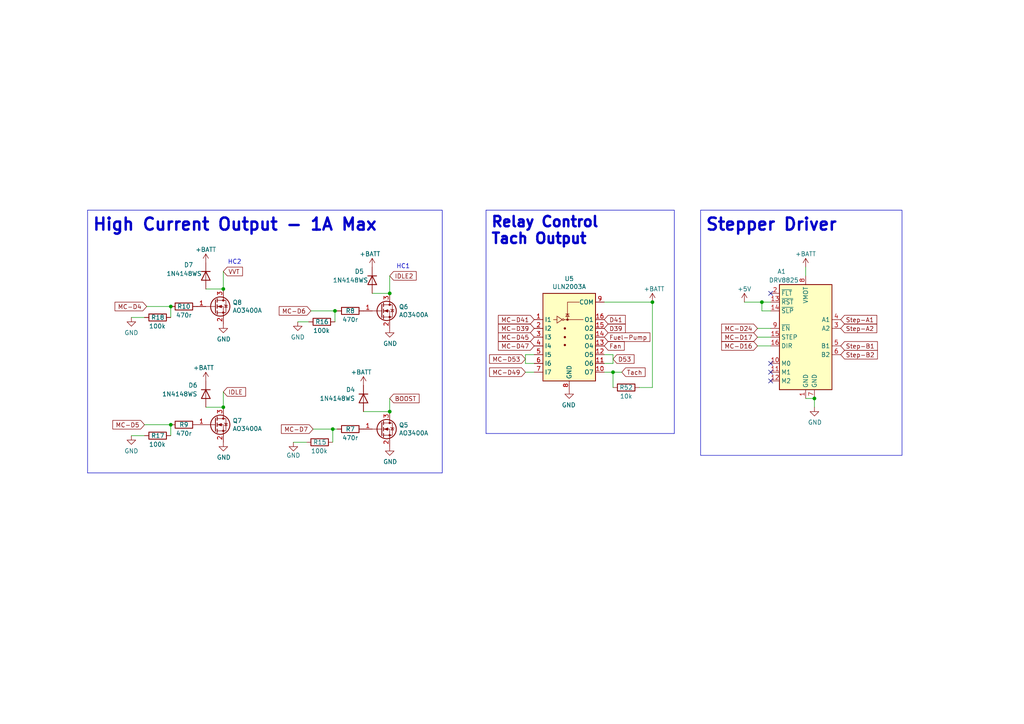
<source format=kicad_sch>
(kicad_sch (version 20231120) (generator "eeschema") (generator_version "8.0")
  (paper "A4")
  (title_block (title "Pre-Ignition X4") (date "2023-10-24") (rev "C") (company "DetonationEMS") (comment 1 "detonationems.com"))
  (lib_symbols
    (symbol "Device:R" (pin_numbers hide) (pin_names (offset 0))
      (property "Reference" "R" (at 2.032 0 90))
      (property "Value" "R" (at 0 0 90))
      (symbol "R_0_1"
        (rectangle (start -1.016 -2.54) (end 1.016 2.54) (stroke (width 0.254)))
      )
      (symbol "R_1_1"
        (pin passive line (at 0 3.81 270) (length 1.27) (name "~") (number "1"))
        (pin passive line (at 0 -3.81 90) (length 1.27) (name "~") (number "2"))
      )
    )
    (symbol "Diode:1N4148WS" (pin_numbers hide) (pin_names (offset 1.016) hide)
      (property "Reference" "D" (at 0 2.54 0))
      (property "Value" "1N4148WS" (at 0 -2.54 0))
      (symbol "1N4148WS_0_1"
        (polyline (pts (xy -1.27 1.27) (xy -1.27 -1.27)) (stroke (width 0.254)))
        (polyline (pts (xy 1.27 0) (xy -1.27 0)))
        (polyline (pts (xy 1.27 1.27) (xy 1.27 -1.27) (xy -1.27 0) (xy 1.27 1.27)) (stroke (width 0.254)))
      )
      (symbol "1N4148WS_1_1"
        (pin passive line (at -3.81 0 0) (length 2.54) (name "K") (number "1"))
        (pin passive line (at 3.81 0 180) (length 2.54) (name "A") (number "2"))
      )
    )
    (symbol "Driver_Motor:Pololu_Breakout_DRV8825"
      (property "Reference" "A" (at -2.54 16.51 0))
      (property "Value" "Pololu_Breakout_DRV8825" (at -2.54 13.97 0))
      (symbol "Pololu_Breakout_DRV8825_0_1"
        (rectangle (start 7.62 -17.78) (end -7.62 12.7) (stroke (width 0.254)) (fill (type background)))
      )
      (symbol "Pololu_Breakout_DRV8825_1_1"
        (pin power_in line (at 0 -20.32 90) (length 2.54) (name "GND") (number "1"))
        (pin input line (at -10.16 -10.16 0) (length 2.54) (name "M0") (number "10"))
        (pin input line (at -10.16 -12.7 0) (length 2.54) (name "M1") (number "11"))
        (pin input line (at -10.16 -15.24 0) (length 2.54) (name "M2") (number "12"))
        (pin input line (at -10.16 7.62 0) (length 2.54) (name "~{RST}") (number "13"))
        (pin input line (at -10.16 5.08 0) (length 2.54) (name "~{SLP}") (number "14"))
        (pin input line (at -10.16 -2.54 0) (length 2.54) (name "STEP") (number "15"))
        (pin input line (at -10.16 -5.08 0) (length 2.54) (name "DIR") (number "16"))
        (pin output line (at -10.16 10.16 0) (length 2.54) (name "~{FLT}") (number "2"))
        (pin output line (at 10.16 0 180) (length 2.54) (name "A2") (number "3"))
        (pin output line (at 10.16 2.54 180) (length 2.54) (name "A1") (number "4"))
        (pin output line (at 10.16 -5.08 180) (length 2.54) (name "B1") (number "5"))
        (pin output line (at 10.16 -7.62 180) (length 2.54) (name "B2") (number "6"))
        (pin power_in line (at 2.54 -20.32 90) (length 2.54) (name "GND") (number "7"))
        (pin power_in line (at 0 15.24 270) (length 2.54) (name "VMOT") (number "8"))
        (pin input line (at -10.16 0 0) (length 2.54) (name "~{EN}") (number "9"))
      )
    )
    (symbol "Transistor_Array:ULN2003A"
      (property "Reference" "U" (at 0 15.875 0))
      (property "Value" "ULN2003A" (at 0 13.97 0))
      (symbol "ULN2003A_0_1"
        (rectangle (start -7.62 -12.7) (end 7.62 12.7) (stroke (width 0.254)) (fill (type background)))
        (circle (center -1.778 5.08) (radius 0.254))
        (circle (center -1.27 -2.286) (radius 0.254) (fill (type outline)))
        (circle (center -1.27 0) (radius 0.254) (fill (type outline)))
        (circle (center -1.27 2.54) (radius 0.254) (fill (type outline)))
        (circle (center -0.508 5.08) (radius 0.254) (fill (type outline)))
        (polyline (pts (xy -4.572 5.08) (xy -3.556 5.08)))
        (polyline (pts (xy -1.524 5.08) (xy 4.064 5.08)))
        (polyline (pts (xy 0 6.731) (xy -1.016 6.731)))
        (polyline (pts (xy -0.508 5.08) (xy -0.508 10.16) (xy 2.921 10.16)))
        (polyline (pts (xy -3.556 6.096) (xy -3.556 4.064) (xy -2.032 5.08) (xy -3.556 6.096)))
        (polyline (pts (xy 0 5.969) (xy -1.016 5.969) (xy -0.508 6.731) (xy 0 5.969)))
      )
      (symbol "ULN2003A_1_1"
        (pin input line (at -10.16 5.08 0) (length 2.54) (name "I1") (number "1"))
        (pin open_collector line (at 10.16 -10.16 180) (length 2.54) (name "O7") (number "10"))
        (pin open_collector line (at 10.16 -7.62 180) (length 2.54) (name "O6") (number "11"))
        (pin open_collector line (at 10.16 -5.08 180) (length 2.54) (name "O5") (number "12"))
        (pin open_collector line (at 10.16 -2.54 180) (length 2.54) (name "O4") (number "13"))
        (pin open_collector line (at 10.16 0 180) (length 2.54) (name "O3") (number "14"))
        (pin open_collector line (at 10.16 2.54 180) (length 2.54) (name "O2") (number "15"))
        (pin open_collector line (at 10.16 5.08 180) (length 2.54) (name "O1") (number "16"))
        (pin input line (at -10.16 2.54 0) (length 2.54) (name "I2") (number "2"))
        (pin input line (at -10.16 0 0) (length 2.54) (name "I3") (number "3"))
        (pin input line (at -10.16 -2.54 0) (length 2.54) (name "I4") (number "4"))
        (pin input line (at -10.16 -5.08 0) (length 2.54) (name "I5") (number "5"))
        (pin input line (at -10.16 -7.62 0) (length 2.54) (name "I6") (number "6"))
        (pin input line (at -10.16 -10.16 0) (length 2.54) (name "I7") (number "7"))
        (pin power_in line (at 0 -15.24 90) (length 2.54) (name "GND") (number "8"))
        (pin passive line (at 10.16 10.16 180) (length 2.54) (name "COM") (number "9"))
      )
    )
    (symbol "Transistor_FET:AO3400A" (pin_names hide)
      (property "Reference" "Q" (at 5.08 1.905 0))
      (property "Value" "AO3400A" (at 5.08 0 0))
      (symbol "AO3400A_0_1"
        (polyline (pts (xy 0.254 0) (xy -2.54 0)))
        (polyline (pts (xy 0.254 1.905) (xy 0.254 -1.905)) (stroke (width 0.254)))
        (polyline (pts (xy 0.762 -1.27) (xy 0.762 -2.286)) (stroke (width 0.254)))
        (polyline (pts (xy 0.762 0.508) (xy 0.762 -0.508)) (stroke (width 0.254)))
        (polyline (pts (xy 0.762 2.286) (xy 0.762 1.27)) (stroke (width 0.254)))
        (polyline (pts (xy 2.54 2.54) (xy 2.54 1.778)))
        (polyline (pts (xy 2.54 -2.54) (xy 2.54 0) (xy 0.762 0)))
        (polyline (pts (xy 0.762 -1.778) (xy 3.302 -1.778) (xy 3.302 1.778) (xy 0.762 1.778)))
        (polyline (pts (xy 1.016 0) (xy 2.032 0.381) (xy 2.032 -0.381) (xy 1.016 0)) (fill (type outline)))
        (polyline (pts (xy 2.794 0.508) (xy 2.921 0.381) (xy 3.683 0.381) (xy 3.81 0.254)))
        (polyline (pts (xy 3.302 0.381) (xy 2.921 -0.254) (xy 3.683 -0.254) (xy 3.302 0.381)))
        (circle (center 1.651 0) (radius 2.794) (stroke (width 0.254)))
        (circle (center 2.54 -1.778) (radius 0.254) (fill (type outline)))
        (circle (center 2.54 1.778) (radius 0.254) (fill (type outline)))
      )
      (symbol "AO3400A_1_1"
        (pin input line (at -5.08 0 0) (length 2.54) (name "G") (number "1"))
        (pin passive line (at 2.54 -5.08 90) (length 2.54) (name "S") (number "2"))
        (pin passive line (at 2.54 5.08 270) (length 2.54) (name "D") (number "3"))
      )
    )
    (symbol "power:+5V" (power) (pin_names (offset 0))
      (property "Value" "+5V" (at 0 3.556 0))
      (symbol "+5V_0_1"
        (polyline (pts (xy -0.762 1.27) (xy 0 2.54)))
        (polyline (pts (xy 0 0) (xy 0 2.54)))
        (polyline (pts (xy 0 2.54) (xy 0.762 1.27)))
      )
      (symbol "+5V_1_1"
        (pin power_in line (at 0 0 90) (length 0) hide (name "+5V") (number "1"))
      )
    )
    (symbol "power:+BATT" (power) (pin_names (offset 0))
      (property "Value" "+BATT" (at 0 3.556 0))
      (symbol "+BATT_0_1"
        (polyline (pts (xy -0.762 1.27) (xy 0 2.54)))
        (polyline (pts (xy 0 0) (xy 0 2.54)))
        (polyline (pts (xy 0 2.54) (xy 0.762 1.27)))
      )
      (symbol "+BATT_1_1"
        (pin power_in line (at 0 0 90) (length 0) hide (name "+BATT") (number "1"))
      )
    )
    (symbol "power:GND" (power) (pin_names (offset 0))
      (property "Value" "GND" (at 0 -3.81 0))
      (symbol "GND_0_1"
        (polyline (pts (xy 0 0) (xy 0 -1.27) (xy 1.27 -1.27) (xy 0 -2.54) (xy -1.27 -1.27) (xy 0 -1.27)))
      )
      (symbol "GND_1_1"
        (pin power_in line (at 0 0 270) (length 0) hide (name "GND") (number "1"))
      )
    )
  )
  (junction (at 177.8 107.95))
  (junction (at 49.53 123.19))
  (junction (at 220.98 87.63))
  (junction (at 113.03 119.38))
  (junction (at 113.03 85.09))
  (junction (at 97.155 90.17))
  (junction (at 236.22 115.57))
  (junction (at 189.23 87.63))
  (junction (at 64.77 83.82))
  (junction (at 49.53 88.9))
  (junction (at 96.52 124.46))
  (junction (at 64.77 118.11))
  (no_connect (at 223.52 110.49))
  (no_connect (at 223.52 105.41))
  (no_connect (at 223.52 85.09))
  (no_connect (at 223.52 107.95))
  (polyline (pts (xy 140.97 125.73) (xy 195.58 125.73)))
  (wire (pts (xy 38.1 126.365) (xy 41.91 126.365)))
  (wire (pts (xy 189.23 112.395) (xy 185.42 112.395)))
  (wire (pts (xy 90.805 124.46) (xy 96.52 124.46)))
  (wire (pts (xy 90.17 90.17) (xy 97.155 90.17)))
  (wire (pts (xy 233.68 115.57) (xy 236.22 115.57)))
  (wire (pts (xy 233.68 77.47) (xy 233.68 80.01)))
  (wire (pts (xy 177.8 107.95) (xy 180.34 107.95)))
  (wire (pts (xy 175.26 107.95) (xy 177.8 107.95)))
  (wire (pts (xy 49.53 88.9) (xy 49.53 92.075)))
  (polyline (pts (xy 25.4 137.16) (xy 25.4 60.96)))
  (wire (pts (xy 152.4 102.87) (xy 154.94 102.87)))
  (wire (pts (xy 236.22 115.57) (xy 236.22 118.11)))
  (polyline (pts (xy 195.58 60.96) (xy 140.97 60.96)))
  (polyline (pts (xy 195.58 125.73) (xy 195.58 60.96)))
  (wire (pts (xy 49.53 123.19) (xy 49.53 126.365)))
  (wire (pts (xy 220.98 90.17) (xy 223.52 90.17)))
  (wire (pts (xy 97.155 90.17) (xy 97.79 90.17)))
  (wire (pts (xy 219.71 100.33) (xy 223.52 100.33)))
  (wire (pts (xy 152.4 102.87) (xy 152.4 105.41)))
  (wire (pts (xy 96.52 124.46) (xy 96.52 128.27)))
  (polyline (pts (xy 140.97 60.96) (xy 140.97 125.73)))
  (wire (pts (xy 105.41 119.38) (xy 113.03 119.38)))
  (wire (pts (xy 41.91 123.19) (xy 49.53 123.19)))
  (wire (pts (xy 220.98 87.63) (xy 220.98 90.17)))
  (wire (pts (xy 223.52 87.63) (xy 220.98 87.63)))
  (wire (pts (xy 189.23 87.63) (xy 189.23 112.395)))
  (wire (pts (xy 64.77 118.11) (xy 59.69 118.11)))
  (wire (pts (xy 85.09 128.27) (xy 88.9 128.27)))
  (wire (pts (xy 152.4 107.95) (xy 154.94 107.95)))
  (wire (pts (xy 223.52 97.79) (xy 219.71 97.79)))
  (wire (pts (xy 154.94 105.41) (xy 152.4 105.41)))
  (wire (pts (xy 113.03 115.57) (xy 113.03 119.38)))
  (polyline (pts (xy 128.27 137.16) (xy 25.4 137.16)))
  (wire (pts (xy 177.8 102.87) (xy 177.8 105.41)))
  (wire (pts (xy 177.8 105.41) (xy 175.26 105.41)))
  (wire (pts (xy 107.95 85.09) (xy 113.03 85.09)))
  (wire (pts (xy 64.77 78.74) (xy 64.77 83.82)))
  (wire (pts (xy 38.1 92.075) (xy 41.91 92.075)))
  (wire (pts (xy 97.155 90.17) (xy 97.155 93.345)))
  (wire (pts (xy 219.71 95.25) (xy 223.52 95.25)))
  (wire (pts (xy 175.26 102.87) (xy 177.8 102.87)))
  (wire (pts (xy 189.23 87.63) (xy 175.26 87.63)))
  (polyline (pts (xy 128.27 60.96) (xy 128.27 137.16)))
  (wire (pts (xy 86.36 93.345) (xy 89.535 93.345)))
  (wire (pts (xy 96.52 124.46) (xy 97.79 124.46)))
  (wire (pts (xy 59.69 83.82) (xy 64.77 83.82)))
  (wire (pts (xy 42.545 88.9) (xy 49.53 88.9)))
  (wire (pts (xy 177.8 107.95) (xy 177.8 112.395)))
  (wire (pts (xy 215.9 87.63) (xy 220.98 87.63)))
  (wire (pts (xy 113.03 80.01) (xy 113.03 85.09)))
  (wire (pts (xy 64.77 113.665) (xy 64.77 118.11)))
  (polyline (pts (xy 25.4 60.96) (xy 128.27 60.96)))
  (rectangle (start 203.2 60.96) (end 261.62 132.08))
  (text "High Current Output - 1A Max" (at 26.67 67.31 0) (effects (font (size 3.5 3.5) (thickness 0.7) (bold yes)) (justify left bottom)))
  (text "HC2" (at 66.04 76.835 0) (effects (font (size 1.27 1.27)) (justify left bottom)))
  (text "HC1" (at 114.935 78.105 0) (effects (font (size 1.27 1.27)) (justify left bottom)))
  (text "Relay Control\nTach Output" (at 142.24 71.12 0) (effects (font (size 3 3) (thickness 0.7) (bold yes)) (justify left bottom)))
  (text "Stepper Driver" (at 204.47 67.31 0) (effects (font (size 3.5 3.5) (thickness 0.7) (bold yes)) (justify left bottom)))
  (global_label "MC-D5" (shape input) (at 41.91 123.19 180) (property "Intersheetrefs" "${INTERSHEET_REFS}" (effects (hide yes))))
  (global_label "MC-D45" (shape input) (at 154.94 97.79 180) (property "Intersheetrefs" "${INTERSHEET_REFS}" (effects (hide yes))))
  (global_label "Step-B1" (shape input) (at 243.84 100.33 0) (property "Intersheetrefs" "${INTERSHEET_REFS}" (effects (hide yes))))
  (global_label "D39" (shape input) (at 175.26 95.25 0) (property "Intersheetrefs" "${INTERSHEET_REFS}" (effects (hide yes))))
  (global_label "MC-D53" (shape input) (at 152.4 104.14 180) (property "Intersheetrefs" "${INTERSHEET_REFS}" (effects (hide yes))))
  (global_label "MC-D17" (shape input) (at 219.71 97.79 180) (property "Intersheetrefs" "${INTERSHEET_REFS}" (effects (hide yes))))
  (global_label "MC-D7" (shape input) (at 90.805 124.46 180) (property "Intersheetrefs" "${INTERSHEET_REFS}" (effects (hide yes))))
  (global_label "BOOST" (shape input) (at 113.03 115.57 0) (property "Intersheetrefs" "${INTERSHEET_REFS}" (effects (hide yes))))
  (global_label "D41" (shape input) (at 175.26 92.71 0) (property "Intersheetrefs" "${INTERSHEET_REFS}" (effects (hide yes))))
  (global_label "D53" (shape input) (at 177.8 104.14 0) (property "Intersheetrefs" "${INTERSHEET_REFS}" (effects (hide yes))))
  (global_label "Fan" (shape input) (at 175.26 100.33 0) (property "Intersheetrefs" "${INTERSHEET_REFS}" (effects (hide yes))))
  (global_label "MC-D4" (shape input) (at 42.545 88.9 180) (property "Intersheetrefs" "${INTERSHEET_REFS}" (effects (hide yes))))
  (global_label "Step-B2" (shape input) (at 243.84 102.87 0) (property "Intersheetrefs" "${INTERSHEET_REFS}" (effects (hide yes))))
  (global_label "IDLE2" (shape input) (at 113.03 80.01 0) (property "Intersheetrefs" "${INTERSHEET_REFS}" (effects (hide yes))))
  (global_label "MC-D47" (shape input) (at 154.94 100.33 180) (property "Intersheetrefs" "${INTERSHEET_REFS}" (effects (hide yes))))
  (global_label "MC-D24" (shape input) (at 219.71 95.25 180) (property "Intersheetrefs" "${INTERSHEET_REFS}" (effects (hide yes))))
  (global_label "MC-D49" (shape input) (at 152.4 107.95 180) (property "Intersheetrefs" "${INTERSHEET_REFS}" (effects (hide yes))))
  (global_label "Tach" (shape input) (at 180.34 107.95 0) (property "Intersheetrefs" "${INTERSHEET_REFS}" (effects (hide yes))))
  (global_label "IDLE" (shape input) (at 64.77 113.665 0) (property "Intersheetrefs" "${INTERSHEET_REFS}" (effects (hide yes))))
  (global_label "Step-A2" (shape input) (at 243.84 95.25 0) (property "Intersheetrefs" "${INTERSHEET_REFS}" (effects (hide yes))))
  (global_label "MC-D39" (shape input) (at 154.94 95.25 180) (property "Intersheetrefs" "${INTERSHEET_REFS}" (effects (hide yes))))
  (global_label "Fuel-Pump" (shape input) (at 175.26 97.79 0) (property "Intersheetrefs" "${INTERSHEET_REFS}" (effects (hide yes))))
  (global_label "VVT" (shape input) (at 64.77 78.74 0) (property "Intersheetrefs" "${INTERSHEET_REFS}" (effects (hide yes))))
  (global_label "MC-D16" (shape input) (at 219.71 100.33 180) (property "Intersheetrefs" "${INTERSHEET_REFS}" (effects (hide yes))))
  (global_label "MC-D6" (shape input) (at 90.17 90.17 180) (property "Intersheetrefs" "${INTERSHEET_REFS}" (effects (hide yes))))
  (global_label "MC-D41" (shape input) (at 154.94 92.71 180) (property "Intersheetrefs" "${INTERSHEET_REFS}" (effects (hide yes))))
  (global_label "Step-A1" (shape input) (at 243.84 92.71 0) (property "Intersheetrefs" "${INTERSHEET_REFS}" (effects (hide yes))))
  (symbol (lib_id "Transistor_Array:ULN2003A") (at 165.1 97.79 0) (unit 1)
    (property "Reference" "U5" (at 165.1 80.8482 0))
    (property "Value" "ULN2003A" (at 165.1 83.1596 0))
    (property "Footprint" "Package_SO:SOIC-16_3.9x9.9mm_P1.27mm" (effects (hide yes)))
    (property "Datasheet" "http://www.ti.com/lit/ds/symlink/uln2003a.pdf" (effects (hide yes)))
    (property "JLC" "C7512 " (effects (hide yes)))
    (property "LCSC" "C7512 " (effects (hide yes)))
  )
  (symbol (lib_id "power:+BATT") (at 189.23 87.63 0) (unit 1)
    (property "Reference" "#PWR0143" (effects (hide yes)))
    (property "Value" "+BATT" (at 186.69 83.82 0) (effects (justify left)))
  )
  (symbol (lib_id "power:GND") (at 165.1 113.03 0) (unit 1)
    (property "Reference" "#PWR0144" (effects (hide yes)))
    (property "Value" "GND" (at 167.005 117.475 0) (effects (justify right)))
  )
  (symbol (lib_id "Transistor_FET:AO3400A") (at 110.49 124.46 0) (unit 1)
    (property "Reference" "Q5" (at 115.697 123.2916 0) (effects (justify left)))
    (property "Value" "AO3400A" (at 115.697 125.603 0) (effects (justify left)))
    (property "Footprint" "Package_TO_SOT_SMD:SOT-23" (effects (hide yes)))
    (property "Datasheet" "http://www.aosmd.com/pdfs/datasheet/AO3400A.pdf" (effects (hide yes)))
    (property "JLC" "C20917" (effects (hide yes)))
    (property "LCSC" "C20917" (effects (hide yes)))
  )
  (symbol (lib_id "Diode:1N4148WS") (at 105.41 115.57 270) (unit 1)
    (property "Reference" "D4" (at 100.33 113.03 90) (effects (justify left)))
    (property "Value" "1N4148WS" (at 92.71 115.57 90) (effects (justify left)))
    (property "Footprint" "Diode_SMD:D_SOD-323F" (effects (hide yes)))
    (property "JLC" "C2128" (effects (hide yes)))
    (property "LCSC" "C2128" (effects (hide yes)))
  )
  (symbol (lib_id "power:GND") (at 85.09 128.27 0) (unit 1)
    (property "Reference" "#PWR032" (effects (hide yes)))
    (property "Value" "GND" (at 85.09 132.08 0))
  )
  (symbol (lib_id "Device:R") (at 92.71 128.27 90) (unit 1)
    (property "Reference" "R15" (at 90.805 128.27 90) (effects (justify right)))
    (property "Value" "100k" (at 90.17 130.81 90) (effects (justify right)))
    (property "Footprint" "Resistor_SMD:R_0603_1608Metric" (effects (hide yes)))
    (property "LCSC" "C25803" (effects (hide yes)))
  )
  (symbol (lib_id "Device:R") (at 101.6 124.46 270) (unit 1)
    (property "Reference" "R7" (at 101.6 124.46 90))
    (property "Value" "470r" (at 101.6 127 90))
    (property "Footprint" "Resistor_SMD:R_0402_1005Metric" (effects (hide yes)))
    (property "LCSC" "C25117" (effects (hide yes)))
  )
  (symbol (lib_id "power:GND") (at 113.03 129.54 0) (unit 1)
    (property "Reference" "#PWR034" (effects (hide yes)))
    (property "Value" "GND" (at 113.157 133.9342 0))
  )
  (symbol (lib_id "Diode:1N4148WS") (at 107.95 81.28 270) (unit 1)
    (property "Reference" "D5" (at 102.87 78.74 90) (effects (justify left)))
    (property "Value" "1N4148WS" (at 96.52 81.28 90) (effects (justify left)))
    (property "Footprint" "Diode_SMD:D_SOD-323F" (effects (hide yes)))
    (property "Datasheet" "https://www.vishay.com/docs/85751/1n4148ws.pdf" (effects (hide yes)))
    (property "JLC" "C2128" (effects (hide yes)))
    (property "LCSC" "C2128" (effects (hide yes)))
  )
  (symbol (lib_id "power:+BATT") (at 107.95 77.47 0) (unit 1)
    (property "Reference" "#PWR030" (effects (hide yes)))
    (property "Value" "+BATT" (at 107.315 73.66 0))
  )
  (symbol (lib_id "Diode:1N4148WS") (at 59.69 80.01 270) (unit 1)
    (property "Reference" "D7" (at 53.34 76.835 90) (effects (justify left)))
    (property "Value" "1N4148WS" (at 48.26 79.375 90) (effects (justify left)))
    (property "Footprint" "Diode_SMD:D_SOD-323F" (effects (hide yes)))
    (property "Datasheet" "https://www.vishay.com/docs/85751/1n4148ws.pdf" (effects (hide yes)))
    (property "JLC" "C2128" (effects (hide yes)))
    (property "LCSC" "C2128" (effects (hide yes)))
  )
  (symbol (lib_id "power:+BATT") (at 59.69 76.2 0) (unit 1)
    (property "Reference" "#PWR03" (effects (hide yes)))
    (property "Value" "+BATT" (at 59.69 72.39 0))
  )
  (symbol (lib_id "Diode:1N4148WS") (at 59.69 114.3 270) (unit 1)
    (property "Reference" "D6" (at 54.61 111.76 90) (effects (justify left)))
    (property "Value" "1N4148WS" (at 46.99 114.3 90) (effects (justify left)))
    (property "Footprint" "Diode_SMD:D_SOD-323F" (effects (hide yes)))
    (property "Datasheet" "https://www.vishay.com/docs/85751/1n4148ws.pdf" (effects (hide yes)))
    (property "JLC" "C2128" (effects (hide yes)))
    (property "LCSC" "C2128" (effects (hide yes)))
  )
  (symbol (lib_id "power:+BATT") (at 59.69 110.49 0) (unit 1)
    (property "Reference" "#PWR027" (effects (hide yes)))
    (property "Value" "+BATT" (at 59.055 106.68 0))
  )
  (symbol (lib_id "power:+BATT") (at 105.41 111.76 0) (unit 1)
    (property "Reference" "#PWR033" (effects (hide yes)))
    (property "Value" "+BATT" (at 104.775 107.95 0))
  )
  (symbol (lib_id "Transistor_FET:AO3400A") (at 110.49 90.17 0) (unit 1)
    (property "Reference" "Q6" (at 115.697 89.0016 0) (effects (justify left)))
    (property "Value" "AO3400A" (at 115.697 91.313 0) (effects (justify left)))
    (property "Footprint" "Package_TO_SOT_SMD:SOT-23" (effects (hide yes)))
    (property "Datasheet" "http://www.aosmd.com/pdfs/datasheet/AO3400A.pdf" (effects (hide yes)))
    (property "JLC" "C20917" (effects (hide yes)))
    (property "LCSC" "C20917" (effects (hide yes)))
  )
  (symbol (lib_id "power:GND") (at 86.36 93.345 0) (unit 1)
    (property "Reference" "#PWR029" (effects (hide yes)))
    (property "Value" "GND" (at 86.36 97.79 0))
  )
  (symbol (lib_id "Device:R") (at 93.345 93.345 90) (unit 1)
    (property "Reference" "R16" (at 91.44 93.345 90) (effects (justify right)))
    (property "Value" "100k" (at 90.805 95.885 90) (effects (justify right)))
    (property "Footprint" "Resistor_SMD:R_0603_1608Metric" (effects (hide yes)))
    (property "LCSC" "C25803" (effects (hide yes)))
  )
  (symbol (lib_id "Device:R") (at 101.6 90.17 270) (unit 1)
    (property "Reference" "R8" (at 101.6 90.17 90))
    (property "Value" "470r" (at 101.6 92.71 90))
    (property "Footprint" "Resistor_SMD:R_0402_1005Metric" (effects (hide yes)))
    (property "LCSC" "C25117" (effects (hide yes)))
  )
  (symbol (lib_id "power:GND") (at 113.03 95.25 0) (unit 1)
    (property "Reference" "#PWR031" (effects (hide yes)))
    (property "Value" "GND" (at 113.157 99.6442 0))
  )
  (symbol (lib_id "Transistor_FET:AO3400A") (at 62.23 88.9 0) (unit 1)
    (property "Reference" "Q8" (at 67.437 87.7316 0) (effects (justify left)))
    (property "Value" "AO3400A" (at 67.437 90.043 0) (effects (justify left)))
    (property "Footprint" "Package_TO_SOT_SMD:SOT-23" (effects (hide yes)))
    (property "Datasheet" "http://www.aosmd.com/pdfs/datasheet/AO3400A.pdf" (effects (hide yes)))
    (property "JLC" "C20917" (effects (hide yes)))
    (property "LCSC" "C20917" (effects (hide yes)))
  )
  (symbol (lib_id "power:GND") (at 38.1 92.075 0) (unit 1)
    (property "Reference" "#PWR02" (effects (hide yes)))
    (property "Value" "GND" (at 38.1 96.52 0))
  )
  (symbol (lib_id "Device:R") (at 45.72 92.075 90) (unit 1)
    (property "Reference" "R18" (at 43.815 92.075 90) (effects (justify right)))
    (property "Value" "100k" (at 43.18 94.615 90) (effects (justify right)))
    (property "Footprint" "Resistor_SMD:R_0603_1608Metric" (effects (hide yes)))
    (property "LCSC" "C25803" (effects (hide yes)))
  )
  (symbol (lib_id "Device:R") (at 53.34 88.9 270) (unit 1)
    (property "Reference" "R10" (at 53.34 88.9 90))
    (property "Value" "470r" (at 53.34 91.44 90))
    (property "Footprint" "Resistor_SMD:R_0402_1005Metric" (effects (hide yes)))
    (property "LCSC" "C25117" (effects (hide yes)))
  )
  (symbol (lib_id "power:GND") (at 64.77 93.98 0) (unit 1)
    (property "Reference" "#PWR025" (effects (hide yes)))
    (property "Value" "GND" (at 64.897 98.3742 0))
  )
  (symbol (lib_id "Transistor_FET:AO3400A") (at 62.23 123.19 0) (unit 1)
    (property "Reference" "Q7" (at 67.437 122.0216 0) (effects (justify left)))
    (property "Value" "AO3400A" (at 67.437 124.333 0) (effects (justify left)))
    (property "Footprint" "Package_TO_SOT_SMD:SOT-23" (effects (hide yes)))
    (property "Datasheet" "http://www.aosmd.com/pdfs/datasheet/AO3400A.pdf" (effects (hide yes)))
    (property "JLC" "C20917" (effects (hide yes)))
    (property "LCSC" "C20917" (effects (hide yes)))
  )
  (symbol (lib_id "power:GND") (at 38.1 126.365 0) (unit 1)
    (property "Reference" "#PWR026" (effects (hide yes)))
    (property "Value" "GND" (at 38.1 130.81 0))
  )
  (symbol (lib_id "Device:R") (at 45.72 126.365 90) (unit 1)
    (property "Reference" "R17" (at 43.815 126.365 90) (effects (justify right)))
    (property "Value" "100k" (at 43.18 128.905 90) (effects (justify right)))
    (property "Footprint" "Resistor_SMD:R_0603_1608Metric" (effects (hide yes)))
    (property "LCSC" "C25803" (effects (hide yes)))
  )
  (symbol (lib_id "Device:R") (at 53.34 123.19 270) (unit 1)
    (property "Reference" "R9" (at 53.34 123.19 90))
    (property "Value" "470r" (at 53.34 125.73 90))
    (property "Footprint" "Resistor_SMD:R_0402_1005Metric" (effects (hide yes)))
    (property "LCSC" "C25117" (effects (hide yes)))
  )
  (symbol (lib_id "power:GND") (at 64.77 128.27 0) (unit 1)
    (property "Reference" "#PWR028" (effects (hide yes)))
    (property "Value" "GND" (at 64.897 132.6642 0))
  )
  (symbol (lib_id "Device:R") (at 181.61 112.395 90) (unit 1)
    (property "Reference" "R52" (at 181.61 112.395 90))
    (property "Value" "10k" (at 181.61 114.935 90))
    (property "Footprint" "Resistor_SMD:R_0603_1608Metric" (effects (hide yes)))
    (property "LCSC" "C25804" (effects (hide yes)))
  )
  (symbol (lib_id "Driver_Motor:Pololu_Breakout_DRV8825") (at 233.68 95.25 0) (unit 1) (in_bom no)
    (property "Reference" "A1" (at 226.695 78.74 0))
    (property "Value" "DRV8825" (at 227.33 81.28 0))
    (property "Footprint" "Detonation:DVR8825-Labeled-Front" (effects (hide yes)))
    (property "Datasheet" "https://www.pololu.com/product/2982" (effects (hide yes)))
  )
  (symbol (lib_id "power:GND") (at 236.22 118.11 0) (unit 1)
    (property "Reference" "#PWR0141" (effects (hide yes)))
    (property "Value" "GND" (at 236.347 122.5042 0))
  )
  (symbol (lib_id "power:+BATT") (at 233.68 77.47 0) (unit 1)
    (property "Reference" "#PWR0142" (effects (hide yes)))
    (property "Value" "+BATT" (at 233.68 73.66 0))
  )
  (symbol (lib_id "power:+5V") (at 215.9 87.63 0) (unit 1)
    (property "Reference" "#PWR022" (effects (hide yes)))
    (property "Value" "+5V" (at 215.9 83.82 0))
  )
)
</source>
